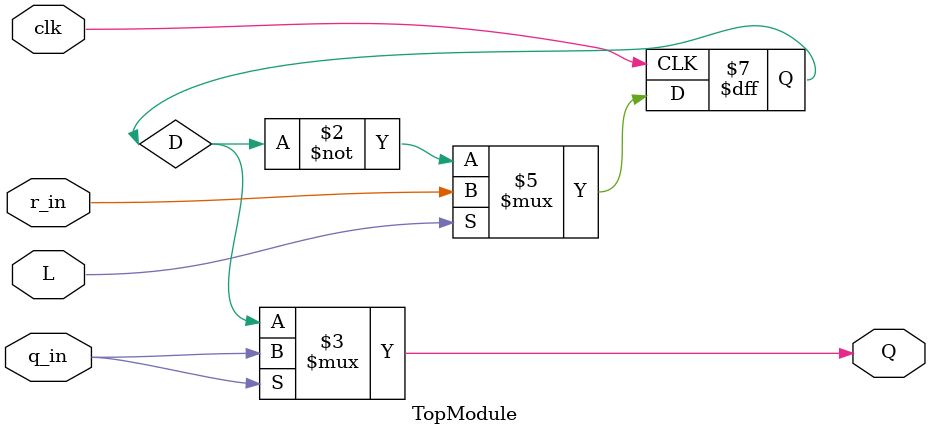
<source format=sv>

module TopModule (
  input clk,
  input L,
  input q_in,
  input r_in,
  output reg Q
);

// Flip-flop implementation
reg D;
always @(posedge clk) begin
  if (L) begin
    D <= r_in;
  end else begin
    D <= ~D; // Toggle the flip-flop value on clock edge when L is not asserted
  end
end

// 2:1 multiplexer implementation
assign Q = q_in ? q_in : D;

endmodule

// VERILOG-EVAL: errant inclusion of module definition

</source>
